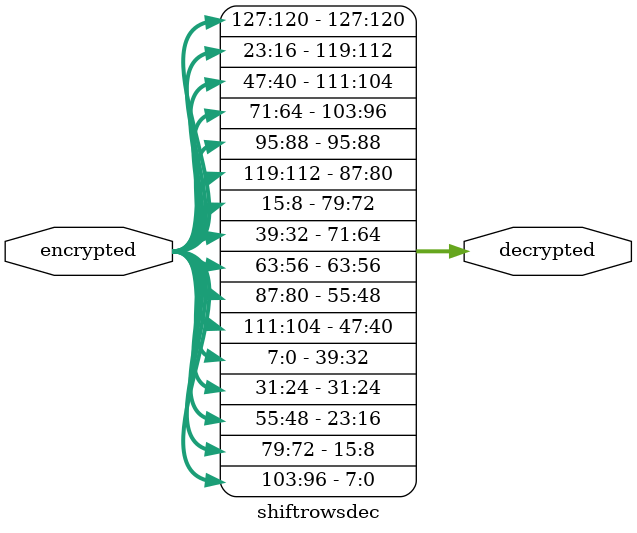
<source format=v>
module shiftrowsdec(
input [127:0] encrypted,
output reg [127:0] decrypted
);

always@(*) begin
//first row not shifted
decrypted[127:120]=encrypted[127:120];
decrypted[95:88]=encrypted[95:88];
decrypted[63:56]=encrypted[63:56];
decrypted[31:24]=encrypted[31:24];

//second row shifted one byte right
decrypted[119:112]=encrypted[23:16];
decrypted[87:80]=encrypted[119:112];
decrypted[55:48]=encrypted[87:80];
decrypted[23:16]=encrypted[55:48];

//third row shifted two bytes right
decrypted[111:104]=encrypted[47:40];
decrypted[79:72]=encrypted[15:8];
decrypted[47:40]=encrypted[111:104];
decrypted[15:8]=encrypted[79:72];

//fourth row shifted one byte left
decrypted[103:96]=encrypted[71:64];
decrypted[71:64]=encrypted[39:32];
decrypted[39:32]=encrypted[7:0];
decrypted[7:0]=encrypted[103:96];
end
endmodule
</source>
